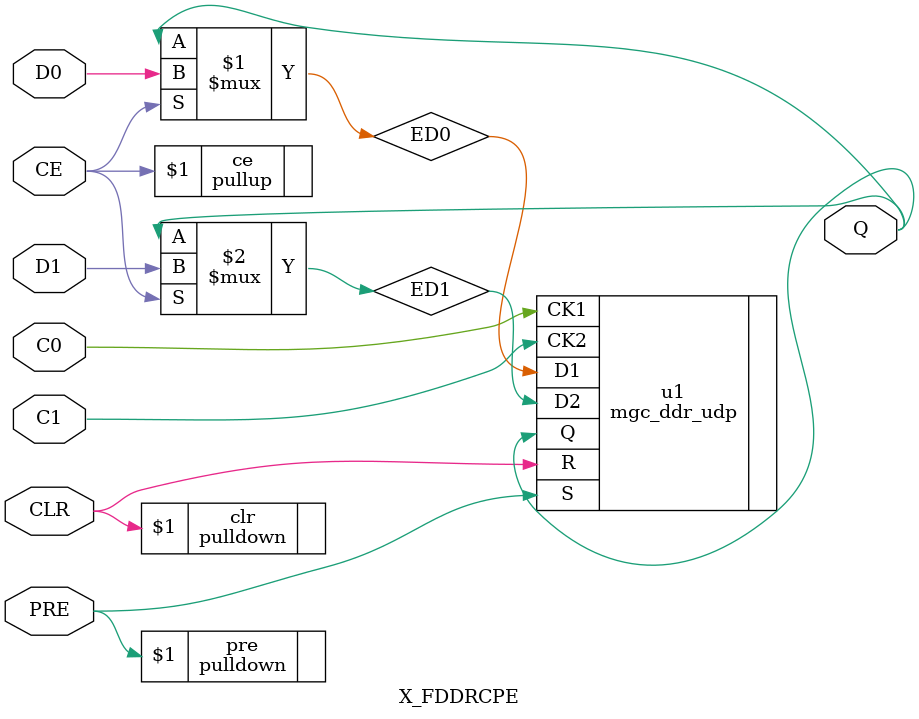
<source format=v>

`timescale  1 ps / 1 ps

module X_FDDRCPE (Q, C0, C1, CE, CLR, D0, D1, PRE);

    parameter INIT = 1'b0;
    parameter LOC = "UNPLACED";

    input  C0, C1, CE, D0, D1, CLR, PRE ;
    output Q;
    wire Q; // mgc
    wire ED0, ED1;
    
    pulldown clr (CLR);
    pulldown pre (PRE);
    pullup ce (CE);

    mgc_ddr_udp u1 (.Q(Q), .S(PRE), .R(CLR), .CK1(C0), .D1(ED0), .CK2(C1), .D2(ED1) ); 
    assign ED0 = CE ? D0 : Q;
    assign ED1 = CE ? D1 : Q;

endmodule

</source>
